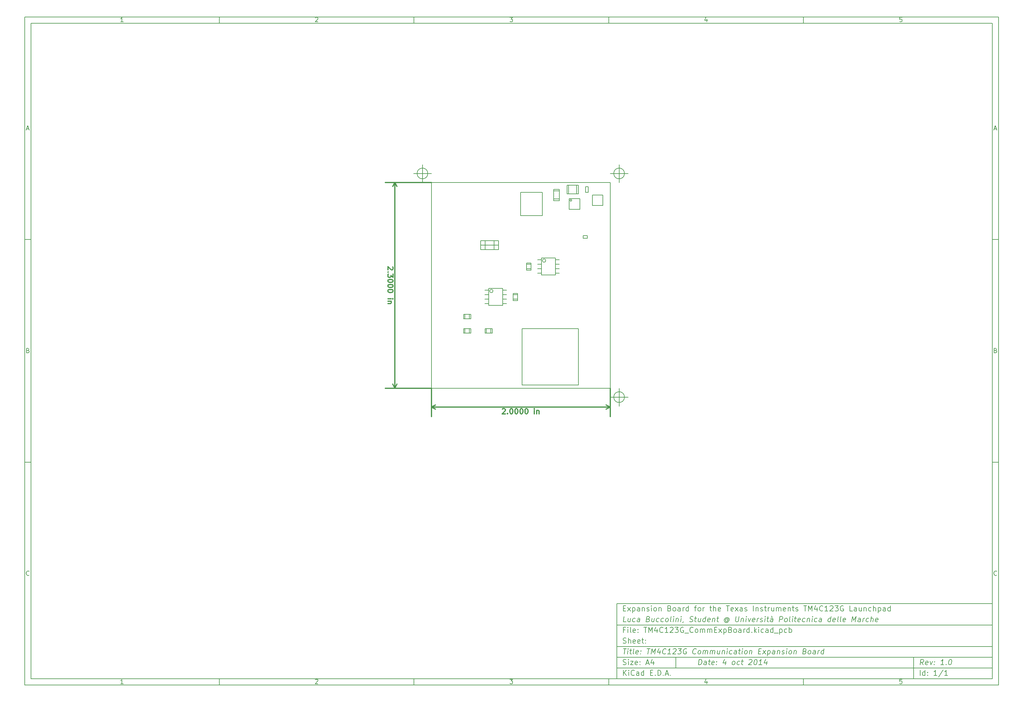
<source format=gbr>
G04 (created by PCBNEW (2013-07-07 BZR 4022)-stable) date 10/4/2014 18:50:34*
%MOIN*%
G04 Gerber Fmt 3.4, Leading zero omitted, Abs format*
%FSLAX34Y34*%
G01*
G70*
G90*
G04 APERTURE LIST*
%ADD10C,0.00590551*%
%ADD11C,0.00629921*%
%ADD12C,0.011811*%
%ADD13C,0.006*%
%ADD14C,0.005*%
%ADD15C,0.00708661*%
G04 APERTURE END LIST*
G54D10*
X4000Y-4000D02*
X112930Y-4000D01*
X112930Y-78680D01*
X4000Y-78680D01*
X4000Y-4000D01*
X4700Y-4700D02*
X112230Y-4700D01*
X112230Y-77980D01*
X4700Y-77980D01*
X4700Y-4700D01*
X25780Y-4000D02*
X25780Y-4700D01*
X15032Y-4552D02*
X14747Y-4552D01*
X14890Y-4552D02*
X14890Y-4052D01*
X14842Y-4123D01*
X14794Y-4171D01*
X14747Y-4195D01*
X25780Y-78680D02*
X25780Y-77980D01*
X15032Y-78532D02*
X14747Y-78532D01*
X14890Y-78532D02*
X14890Y-78032D01*
X14842Y-78103D01*
X14794Y-78151D01*
X14747Y-78175D01*
X47560Y-4000D02*
X47560Y-4700D01*
X36527Y-4100D02*
X36550Y-4076D01*
X36598Y-4052D01*
X36717Y-4052D01*
X36765Y-4076D01*
X36789Y-4100D01*
X36812Y-4147D01*
X36812Y-4195D01*
X36789Y-4266D01*
X36503Y-4552D01*
X36812Y-4552D01*
X47560Y-78680D02*
X47560Y-77980D01*
X36527Y-78080D02*
X36550Y-78056D01*
X36598Y-78032D01*
X36717Y-78032D01*
X36765Y-78056D01*
X36789Y-78080D01*
X36812Y-78127D01*
X36812Y-78175D01*
X36789Y-78246D01*
X36503Y-78532D01*
X36812Y-78532D01*
X69340Y-4000D02*
X69340Y-4700D01*
X58283Y-4052D02*
X58592Y-4052D01*
X58426Y-4242D01*
X58497Y-4242D01*
X58545Y-4266D01*
X58569Y-4290D01*
X58592Y-4338D01*
X58592Y-4457D01*
X58569Y-4504D01*
X58545Y-4528D01*
X58497Y-4552D01*
X58354Y-4552D01*
X58307Y-4528D01*
X58283Y-4504D01*
X69340Y-78680D02*
X69340Y-77980D01*
X58283Y-78032D02*
X58592Y-78032D01*
X58426Y-78222D01*
X58497Y-78222D01*
X58545Y-78246D01*
X58569Y-78270D01*
X58592Y-78318D01*
X58592Y-78437D01*
X58569Y-78484D01*
X58545Y-78508D01*
X58497Y-78532D01*
X58354Y-78532D01*
X58307Y-78508D01*
X58283Y-78484D01*
X91120Y-4000D02*
X91120Y-4700D01*
X80325Y-4219D02*
X80325Y-4552D01*
X80206Y-4028D02*
X80087Y-4385D01*
X80396Y-4385D01*
X91120Y-78680D02*
X91120Y-77980D01*
X80325Y-78199D02*
X80325Y-78532D01*
X80206Y-78008D02*
X80087Y-78365D01*
X80396Y-78365D01*
X102129Y-4052D02*
X101890Y-4052D01*
X101867Y-4290D01*
X101890Y-4266D01*
X101938Y-4242D01*
X102057Y-4242D01*
X102105Y-4266D01*
X102129Y-4290D01*
X102152Y-4338D01*
X102152Y-4457D01*
X102129Y-4504D01*
X102105Y-4528D01*
X102057Y-4552D01*
X101938Y-4552D01*
X101890Y-4528D01*
X101867Y-4504D01*
X102129Y-78032D02*
X101890Y-78032D01*
X101867Y-78270D01*
X101890Y-78246D01*
X101938Y-78222D01*
X102057Y-78222D01*
X102105Y-78246D01*
X102129Y-78270D01*
X102152Y-78318D01*
X102152Y-78437D01*
X102129Y-78484D01*
X102105Y-78508D01*
X102057Y-78532D01*
X101938Y-78532D01*
X101890Y-78508D01*
X101867Y-78484D01*
X4000Y-28890D02*
X4700Y-28890D01*
X4230Y-16509D02*
X4469Y-16509D01*
X4183Y-16652D02*
X4350Y-16152D01*
X4516Y-16652D01*
X112930Y-28890D02*
X112230Y-28890D01*
X112460Y-16509D02*
X112699Y-16509D01*
X112413Y-16652D02*
X112580Y-16152D01*
X112746Y-16652D01*
X4000Y-53780D02*
X4700Y-53780D01*
X4385Y-41280D02*
X4457Y-41304D01*
X4480Y-41328D01*
X4504Y-41375D01*
X4504Y-41447D01*
X4480Y-41494D01*
X4457Y-41518D01*
X4409Y-41542D01*
X4219Y-41542D01*
X4219Y-41042D01*
X4385Y-41042D01*
X4433Y-41066D01*
X4457Y-41090D01*
X4480Y-41137D01*
X4480Y-41185D01*
X4457Y-41232D01*
X4433Y-41256D01*
X4385Y-41280D01*
X4219Y-41280D01*
X112930Y-53780D02*
X112230Y-53780D01*
X112615Y-41280D02*
X112687Y-41304D01*
X112710Y-41328D01*
X112734Y-41375D01*
X112734Y-41447D01*
X112710Y-41494D01*
X112687Y-41518D01*
X112639Y-41542D01*
X112449Y-41542D01*
X112449Y-41042D01*
X112615Y-41042D01*
X112663Y-41066D01*
X112687Y-41090D01*
X112710Y-41137D01*
X112710Y-41185D01*
X112687Y-41232D01*
X112663Y-41256D01*
X112615Y-41280D01*
X112449Y-41280D01*
X4504Y-66384D02*
X4480Y-66408D01*
X4409Y-66432D01*
X4361Y-66432D01*
X4290Y-66408D01*
X4242Y-66360D01*
X4219Y-66313D01*
X4195Y-66218D01*
X4195Y-66146D01*
X4219Y-66051D01*
X4242Y-66003D01*
X4290Y-65956D01*
X4361Y-65932D01*
X4409Y-65932D01*
X4480Y-65956D01*
X4504Y-65980D01*
X112734Y-66384D02*
X112710Y-66408D01*
X112639Y-66432D01*
X112591Y-66432D01*
X112520Y-66408D01*
X112472Y-66360D01*
X112449Y-66313D01*
X112425Y-66218D01*
X112425Y-66146D01*
X112449Y-66051D01*
X112472Y-66003D01*
X112520Y-65956D01*
X112591Y-65932D01*
X112639Y-65932D01*
X112710Y-65956D01*
X112734Y-65980D01*
X79380Y-76422D02*
X79455Y-75822D01*
X79597Y-75822D01*
X79680Y-75851D01*
X79730Y-75908D01*
X79751Y-75965D01*
X79765Y-76080D01*
X79755Y-76165D01*
X79712Y-76280D01*
X79676Y-76337D01*
X79612Y-76394D01*
X79522Y-76422D01*
X79380Y-76422D01*
X80237Y-76422D02*
X80276Y-76108D01*
X80255Y-76051D01*
X80201Y-76022D01*
X80087Y-76022D01*
X80026Y-76051D01*
X80240Y-76394D02*
X80180Y-76422D01*
X80037Y-76422D01*
X79983Y-76394D01*
X79962Y-76337D01*
X79969Y-76280D01*
X80005Y-76222D01*
X80065Y-76194D01*
X80208Y-76194D01*
X80269Y-76165D01*
X80487Y-76022D02*
X80715Y-76022D01*
X80597Y-75822D02*
X80533Y-76337D01*
X80555Y-76394D01*
X80608Y-76422D01*
X80665Y-76422D01*
X81097Y-76394D02*
X81037Y-76422D01*
X80922Y-76422D01*
X80869Y-76394D01*
X80847Y-76337D01*
X80876Y-76108D01*
X80912Y-76051D01*
X80972Y-76022D01*
X81087Y-76022D01*
X81140Y-76051D01*
X81162Y-76108D01*
X81155Y-76165D01*
X80862Y-76222D01*
X81387Y-76365D02*
X81412Y-76394D01*
X81380Y-76422D01*
X81355Y-76394D01*
X81387Y-76365D01*
X81380Y-76422D01*
X81426Y-76051D02*
X81451Y-76080D01*
X81419Y-76108D01*
X81394Y-76080D01*
X81426Y-76051D01*
X81419Y-76108D01*
X82430Y-76022D02*
X82380Y-76422D01*
X82315Y-75794D02*
X82119Y-76222D01*
X82490Y-76222D01*
X83237Y-76422D02*
X83183Y-76394D01*
X83158Y-76365D01*
X83137Y-76308D01*
X83158Y-76137D01*
X83194Y-76080D01*
X83226Y-76051D01*
X83287Y-76022D01*
X83372Y-76022D01*
X83426Y-76051D01*
X83451Y-76080D01*
X83472Y-76137D01*
X83451Y-76308D01*
X83415Y-76365D01*
X83383Y-76394D01*
X83322Y-76422D01*
X83237Y-76422D01*
X83955Y-76394D02*
X83894Y-76422D01*
X83780Y-76422D01*
X83726Y-76394D01*
X83701Y-76365D01*
X83680Y-76308D01*
X83701Y-76137D01*
X83737Y-76080D01*
X83769Y-76051D01*
X83830Y-76022D01*
X83944Y-76022D01*
X83997Y-76051D01*
X84172Y-76022D02*
X84401Y-76022D01*
X84283Y-75822D02*
X84219Y-76337D01*
X84240Y-76394D01*
X84294Y-76422D01*
X84351Y-76422D01*
X85047Y-75880D02*
X85080Y-75851D01*
X85140Y-75822D01*
X85283Y-75822D01*
X85337Y-75851D01*
X85362Y-75880D01*
X85383Y-75937D01*
X85376Y-75994D01*
X85337Y-76080D01*
X84951Y-76422D01*
X85322Y-76422D01*
X85769Y-75822D02*
X85826Y-75822D01*
X85880Y-75851D01*
X85905Y-75880D01*
X85926Y-75937D01*
X85940Y-76051D01*
X85922Y-76194D01*
X85880Y-76308D01*
X85844Y-76365D01*
X85812Y-76394D01*
X85751Y-76422D01*
X85694Y-76422D01*
X85640Y-76394D01*
X85615Y-76365D01*
X85594Y-76308D01*
X85580Y-76194D01*
X85597Y-76051D01*
X85640Y-75937D01*
X85676Y-75880D01*
X85708Y-75851D01*
X85769Y-75822D01*
X86465Y-76422D02*
X86122Y-76422D01*
X86294Y-76422D02*
X86369Y-75822D01*
X86301Y-75908D01*
X86237Y-75965D01*
X86176Y-75994D01*
X87030Y-76022D02*
X86980Y-76422D01*
X86915Y-75794D02*
X86719Y-76222D01*
X87090Y-76222D01*
X70972Y-77622D02*
X70972Y-77022D01*
X71315Y-77622D02*
X71058Y-77280D01*
X71315Y-77022D02*
X70972Y-77365D01*
X71572Y-77622D02*
X71572Y-77222D01*
X71572Y-77022D02*
X71544Y-77051D01*
X71572Y-77080D01*
X71601Y-77051D01*
X71572Y-77022D01*
X71572Y-77080D01*
X72201Y-77565D02*
X72172Y-77594D01*
X72087Y-77622D01*
X72030Y-77622D01*
X71944Y-77594D01*
X71887Y-77537D01*
X71858Y-77480D01*
X71830Y-77365D01*
X71830Y-77280D01*
X71858Y-77165D01*
X71887Y-77108D01*
X71944Y-77051D01*
X72030Y-77022D01*
X72087Y-77022D01*
X72172Y-77051D01*
X72201Y-77080D01*
X72715Y-77622D02*
X72715Y-77308D01*
X72687Y-77251D01*
X72630Y-77222D01*
X72515Y-77222D01*
X72458Y-77251D01*
X72715Y-77594D02*
X72658Y-77622D01*
X72515Y-77622D01*
X72458Y-77594D01*
X72430Y-77537D01*
X72430Y-77480D01*
X72458Y-77422D01*
X72515Y-77394D01*
X72658Y-77394D01*
X72715Y-77365D01*
X73258Y-77622D02*
X73258Y-77022D01*
X73258Y-77594D02*
X73201Y-77622D01*
X73087Y-77622D01*
X73030Y-77594D01*
X73001Y-77565D01*
X72972Y-77508D01*
X72972Y-77337D01*
X73001Y-77280D01*
X73030Y-77251D01*
X73087Y-77222D01*
X73201Y-77222D01*
X73258Y-77251D01*
X74001Y-77308D02*
X74201Y-77308D01*
X74287Y-77622D02*
X74001Y-77622D01*
X74001Y-77022D01*
X74287Y-77022D01*
X74544Y-77565D02*
X74572Y-77594D01*
X74544Y-77622D01*
X74515Y-77594D01*
X74544Y-77565D01*
X74544Y-77622D01*
X74829Y-77622D02*
X74829Y-77022D01*
X74972Y-77022D01*
X75058Y-77051D01*
X75115Y-77108D01*
X75144Y-77165D01*
X75172Y-77280D01*
X75172Y-77365D01*
X75144Y-77480D01*
X75115Y-77537D01*
X75058Y-77594D01*
X74972Y-77622D01*
X74829Y-77622D01*
X75429Y-77565D02*
X75458Y-77594D01*
X75429Y-77622D01*
X75401Y-77594D01*
X75429Y-77565D01*
X75429Y-77622D01*
X75687Y-77451D02*
X75972Y-77451D01*
X75629Y-77622D02*
X75829Y-77022D01*
X76029Y-77622D01*
X76229Y-77565D02*
X76258Y-77594D01*
X76229Y-77622D01*
X76201Y-77594D01*
X76229Y-77565D01*
X76229Y-77622D01*
X104522Y-76422D02*
X104358Y-76137D01*
X104180Y-76422D02*
X104255Y-75822D01*
X104483Y-75822D01*
X104537Y-75851D01*
X104562Y-75880D01*
X104583Y-75937D01*
X104572Y-76022D01*
X104537Y-76080D01*
X104505Y-76108D01*
X104444Y-76137D01*
X104215Y-76137D01*
X105012Y-76394D02*
X104951Y-76422D01*
X104837Y-76422D01*
X104783Y-76394D01*
X104762Y-76337D01*
X104790Y-76108D01*
X104826Y-76051D01*
X104887Y-76022D01*
X105001Y-76022D01*
X105055Y-76051D01*
X105076Y-76108D01*
X105069Y-76165D01*
X104776Y-76222D01*
X105287Y-76022D02*
X105380Y-76422D01*
X105572Y-76022D01*
X105758Y-76365D02*
X105783Y-76394D01*
X105751Y-76422D01*
X105726Y-76394D01*
X105758Y-76365D01*
X105751Y-76422D01*
X105797Y-76051D02*
X105822Y-76080D01*
X105790Y-76108D01*
X105765Y-76080D01*
X105797Y-76051D01*
X105790Y-76108D01*
X106808Y-76422D02*
X106465Y-76422D01*
X106637Y-76422D02*
X106712Y-75822D01*
X106644Y-75908D01*
X106580Y-75965D01*
X106519Y-75994D01*
X107072Y-76365D02*
X107097Y-76394D01*
X107065Y-76422D01*
X107040Y-76394D01*
X107072Y-76365D01*
X107065Y-76422D01*
X107540Y-75822D02*
X107597Y-75822D01*
X107651Y-75851D01*
X107676Y-75880D01*
X107697Y-75937D01*
X107712Y-76051D01*
X107694Y-76194D01*
X107651Y-76308D01*
X107615Y-76365D01*
X107583Y-76394D01*
X107522Y-76422D01*
X107465Y-76422D01*
X107412Y-76394D01*
X107387Y-76365D01*
X107365Y-76308D01*
X107351Y-76194D01*
X107369Y-76051D01*
X107412Y-75937D01*
X107447Y-75880D01*
X107480Y-75851D01*
X107540Y-75822D01*
X70944Y-76394D02*
X71030Y-76422D01*
X71172Y-76422D01*
X71230Y-76394D01*
X71258Y-76365D01*
X71287Y-76308D01*
X71287Y-76251D01*
X71258Y-76194D01*
X71230Y-76165D01*
X71172Y-76137D01*
X71058Y-76108D01*
X71001Y-76080D01*
X70972Y-76051D01*
X70944Y-75994D01*
X70944Y-75937D01*
X70972Y-75880D01*
X71001Y-75851D01*
X71058Y-75822D01*
X71201Y-75822D01*
X71287Y-75851D01*
X71544Y-76422D02*
X71544Y-76022D01*
X71544Y-75822D02*
X71515Y-75851D01*
X71544Y-75880D01*
X71572Y-75851D01*
X71544Y-75822D01*
X71544Y-75880D01*
X71772Y-76022D02*
X72087Y-76022D01*
X71772Y-76422D01*
X72087Y-76422D01*
X72544Y-76394D02*
X72487Y-76422D01*
X72372Y-76422D01*
X72315Y-76394D01*
X72287Y-76337D01*
X72287Y-76108D01*
X72315Y-76051D01*
X72372Y-76022D01*
X72487Y-76022D01*
X72544Y-76051D01*
X72572Y-76108D01*
X72572Y-76165D01*
X72287Y-76222D01*
X72830Y-76365D02*
X72858Y-76394D01*
X72830Y-76422D01*
X72801Y-76394D01*
X72830Y-76365D01*
X72830Y-76422D01*
X72830Y-76051D02*
X72858Y-76080D01*
X72830Y-76108D01*
X72801Y-76080D01*
X72830Y-76051D01*
X72830Y-76108D01*
X73544Y-76251D02*
X73830Y-76251D01*
X73487Y-76422D02*
X73687Y-75822D01*
X73887Y-76422D01*
X74344Y-76022D02*
X74344Y-76422D01*
X74201Y-75794D02*
X74058Y-76222D01*
X74430Y-76222D01*
X104172Y-77622D02*
X104172Y-77022D01*
X104715Y-77622D02*
X104715Y-77022D01*
X104715Y-77594D02*
X104658Y-77622D01*
X104544Y-77622D01*
X104487Y-77594D01*
X104458Y-77565D01*
X104430Y-77508D01*
X104430Y-77337D01*
X104458Y-77280D01*
X104487Y-77251D01*
X104544Y-77222D01*
X104658Y-77222D01*
X104715Y-77251D01*
X105001Y-77565D02*
X105030Y-77594D01*
X105001Y-77622D01*
X104972Y-77594D01*
X105001Y-77565D01*
X105001Y-77622D01*
X105001Y-77251D02*
X105030Y-77280D01*
X105001Y-77308D01*
X104972Y-77280D01*
X105001Y-77251D01*
X105001Y-77308D01*
X106058Y-77622D02*
X105715Y-77622D01*
X105887Y-77622D02*
X105887Y-77022D01*
X105829Y-77108D01*
X105772Y-77165D01*
X105715Y-77194D01*
X106744Y-76994D02*
X106230Y-77765D01*
X107258Y-77622D02*
X106915Y-77622D01*
X107087Y-77622D02*
X107087Y-77022D01*
X107029Y-77108D01*
X106972Y-77165D01*
X106915Y-77194D01*
X70969Y-74622D02*
X71312Y-74622D01*
X71065Y-75222D02*
X71140Y-74622D01*
X71437Y-75222D02*
X71487Y-74822D01*
X71512Y-74622D02*
X71480Y-74651D01*
X71505Y-74680D01*
X71537Y-74651D01*
X71512Y-74622D01*
X71505Y-74680D01*
X71687Y-74822D02*
X71915Y-74822D01*
X71797Y-74622D02*
X71733Y-75137D01*
X71755Y-75194D01*
X71808Y-75222D01*
X71865Y-75222D01*
X72151Y-75222D02*
X72097Y-75194D01*
X72076Y-75137D01*
X72140Y-74622D01*
X72612Y-75194D02*
X72551Y-75222D01*
X72437Y-75222D01*
X72383Y-75194D01*
X72362Y-75137D01*
X72390Y-74908D01*
X72426Y-74851D01*
X72487Y-74822D01*
X72601Y-74822D01*
X72655Y-74851D01*
X72676Y-74908D01*
X72669Y-74965D01*
X72376Y-75022D01*
X72901Y-75165D02*
X72926Y-75194D01*
X72894Y-75222D01*
X72869Y-75194D01*
X72901Y-75165D01*
X72894Y-75222D01*
X72940Y-74851D02*
X72965Y-74880D01*
X72933Y-74908D01*
X72908Y-74880D01*
X72940Y-74851D01*
X72933Y-74908D01*
X73626Y-74622D02*
X73969Y-74622D01*
X73722Y-75222D02*
X73797Y-74622D01*
X74094Y-75222D02*
X74169Y-74622D01*
X74315Y-75051D01*
X74569Y-74622D01*
X74494Y-75222D01*
X75087Y-74822D02*
X75037Y-75222D01*
X74972Y-74594D02*
X74776Y-75022D01*
X75147Y-75022D01*
X75701Y-75165D02*
X75669Y-75194D01*
X75580Y-75222D01*
X75522Y-75222D01*
X75440Y-75194D01*
X75390Y-75137D01*
X75369Y-75080D01*
X75355Y-74965D01*
X75365Y-74880D01*
X75408Y-74765D01*
X75444Y-74708D01*
X75508Y-74651D01*
X75597Y-74622D01*
X75655Y-74622D01*
X75737Y-74651D01*
X75762Y-74680D01*
X76265Y-75222D02*
X75922Y-75222D01*
X76094Y-75222D02*
X76169Y-74622D01*
X76101Y-74708D01*
X76037Y-74765D01*
X75976Y-74794D01*
X76562Y-74680D02*
X76594Y-74651D01*
X76655Y-74622D01*
X76797Y-74622D01*
X76851Y-74651D01*
X76876Y-74680D01*
X76897Y-74737D01*
X76890Y-74794D01*
X76851Y-74880D01*
X76465Y-75222D01*
X76837Y-75222D01*
X77112Y-74622D02*
X77483Y-74622D01*
X77255Y-74851D01*
X77340Y-74851D01*
X77394Y-74880D01*
X77419Y-74908D01*
X77440Y-74965D01*
X77422Y-75108D01*
X77387Y-75165D01*
X77355Y-75194D01*
X77294Y-75222D01*
X77122Y-75222D01*
X77069Y-75194D01*
X77044Y-75165D01*
X78051Y-74651D02*
X77997Y-74622D01*
X77912Y-74622D01*
X77822Y-74651D01*
X77758Y-74708D01*
X77722Y-74765D01*
X77680Y-74880D01*
X77669Y-74965D01*
X77683Y-75080D01*
X77705Y-75137D01*
X77755Y-75194D01*
X77837Y-75222D01*
X77894Y-75222D01*
X77983Y-75194D01*
X78015Y-75165D01*
X78040Y-74965D01*
X77926Y-74965D01*
X79072Y-75165D02*
X79040Y-75194D01*
X78951Y-75222D01*
X78894Y-75222D01*
X78812Y-75194D01*
X78762Y-75137D01*
X78740Y-75080D01*
X78726Y-74965D01*
X78737Y-74880D01*
X78780Y-74765D01*
X78815Y-74708D01*
X78880Y-74651D01*
X78969Y-74622D01*
X79026Y-74622D01*
X79108Y-74651D01*
X79133Y-74680D01*
X79408Y-75222D02*
X79355Y-75194D01*
X79330Y-75165D01*
X79308Y-75108D01*
X79330Y-74937D01*
X79365Y-74880D01*
X79397Y-74851D01*
X79458Y-74822D01*
X79544Y-74822D01*
X79597Y-74851D01*
X79622Y-74880D01*
X79644Y-74937D01*
X79622Y-75108D01*
X79587Y-75165D01*
X79555Y-75194D01*
X79494Y-75222D01*
X79408Y-75222D01*
X79865Y-75222D02*
X79915Y-74822D01*
X79908Y-74880D02*
X79940Y-74851D01*
X80001Y-74822D01*
X80087Y-74822D01*
X80140Y-74851D01*
X80162Y-74908D01*
X80122Y-75222D01*
X80162Y-74908D02*
X80197Y-74851D01*
X80258Y-74822D01*
X80344Y-74822D01*
X80397Y-74851D01*
X80419Y-74908D01*
X80380Y-75222D01*
X80665Y-75222D02*
X80715Y-74822D01*
X80708Y-74880D02*
X80740Y-74851D01*
X80801Y-74822D01*
X80887Y-74822D01*
X80940Y-74851D01*
X80962Y-74908D01*
X80922Y-75222D01*
X80962Y-74908D02*
X80997Y-74851D01*
X81058Y-74822D01*
X81144Y-74822D01*
X81197Y-74851D01*
X81219Y-74908D01*
X81180Y-75222D01*
X81772Y-74822D02*
X81722Y-75222D01*
X81515Y-74822D02*
X81476Y-75137D01*
X81497Y-75194D01*
X81551Y-75222D01*
X81637Y-75222D01*
X81697Y-75194D01*
X81730Y-75165D01*
X82058Y-74822D02*
X82008Y-75222D01*
X82051Y-74880D02*
X82083Y-74851D01*
X82144Y-74822D01*
X82230Y-74822D01*
X82283Y-74851D01*
X82305Y-74908D01*
X82265Y-75222D01*
X82551Y-75222D02*
X82601Y-74822D01*
X82626Y-74622D02*
X82594Y-74651D01*
X82619Y-74680D01*
X82651Y-74651D01*
X82626Y-74622D01*
X82619Y-74680D01*
X83097Y-75194D02*
X83037Y-75222D01*
X82922Y-75222D01*
X82869Y-75194D01*
X82844Y-75165D01*
X82822Y-75108D01*
X82844Y-74937D01*
X82880Y-74880D01*
X82912Y-74851D01*
X82972Y-74822D01*
X83087Y-74822D01*
X83140Y-74851D01*
X83608Y-75222D02*
X83647Y-74908D01*
X83626Y-74851D01*
X83572Y-74822D01*
X83458Y-74822D01*
X83397Y-74851D01*
X83612Y-75194D02*
X83551Y-75222D01*
X83408Y-75222D01*
X83355Y-75194D01*
X83333Y-75137D01*
X83340Y-75080D01*
X83376Y-75022D01*
X83437Y-74994D01*
X83580Y-74994D01*
X83640Y-74965D01*
X83858Y-74822D02*
X84087Y-74822D01*
X83969Y-74622D02*
X83905Y-75137D01*
X83926Y-75194D01*
X83980Y-75222D01*
X84037Y-75222D01*
X84237Y-75222D02*
X84287Y-74822D01*
X84312Y-74622D02*
X84280Y-74651D01*
X84305Y-74680D01*
X84337Y-74651D01*
X84312Y-74622D01*
X84305Y-74680D01*
X84608Y-75222D02*
X84555Y-75194D01*
X84530Y-75165D01*
X84508Y-75108D01*
X84530Y-74937D01*
X84565Y-74880D01*
X84597Y-74851D01*
X84658Y-74822D01*
X84744Y-74822D01*
X84797Y-74851D01*
X84822Y-74880D01*
X84844Y-74937D01*
X84822Y-75108D01*
X84787Y-75165D01*
X84755Y-75194D01*
X84694Y-75222D01*
X84608Y-75222D01*
X85115Y-74822D02*
X85065Y-75222D01*
X85108Y-74880D02*
X85140Y-74851D01*
X85201Y-74822D01*
X85287Y-74822D01*
X85340Y-74851D01*
X85362Y-74908D01*
X85322Y-75222D01*
X86105Y-74908D02*
X86305Y-74908D01*
X86351Y-75222D02*
X86065Y-75222D01*
X86140Y-74622D01*
X86426Y-74622D01*
X86551Y-75222D02*
X86915Y-74822D01*
X86601Y-74822D02*
X86865Y-75222D01*
X87144Y-74822D02*
X87069Y-75422D01*
X87140Y-74851D02*
X87201Y-74822D01*
X87315Y-74822D01*
X87369Y-74851D01*
X87394Y-74880D01*
X87415Y-74937D01*
X87394Y-75108D01*
X87358Y-75165D01*
X87326Y-75194D01*
X87265Y-75222D01*
X87151Y-75222D01*
X87097Y-75194D01*
X87894Y-75222D02*
X87933Y-74908D01*
X87912Y-74851D01*
X87858Y-74822D01*
X87744Y-74822D01*
X87683Y-74851D01*
X87897Y-75194D02*
X87837Y-75222D01*
X87694Y-75222D01*
X87640Y-75194D01*
X87619Y-75137D01*
X87626Y-75080D01*
X87662Y-75022D01*
X87722Y-74994D01*
X87865Y-74994D01*
X87926Y-74965D01*
X88230Y-74822D02*
X88180Y-75222D01*
X88222Y-74880D02*
X88255Y-74851D01*
X88315Y-74822D01*
X88401Y-74822D01*
X88455Y-74851D01*
X88476Y-74908D01*
X88437Y-75222D01*
X88697Y-75194D02*
X88751Y-75222D01*
X88865Y-75222D01*
X88926Y-75194D01*
X88962Y-75137D01*
X88965Y-75108D01*
X88944Y-75051D01*
X88890Y-75022D01*
X88805Y-75022D01*
X88751Y-74994D01*
X88730Y-74937D01*
X88733Y-74908D01*
X88769Y-74851D01*
X88830Y-74822D01*
X88915Y-74822D01*
X88969Y-74851D01*
X89208Y-75222D02*
X89258Y-74822D01*
X89283Y-74622D02*
X89251Y-74651D01*
X89276Y-74680D01*
X89308Y-74651D01*
X89283Y-74622D01*
X89276Y-74680D01*
X89579Y-75222D02*
X89526Y-75194D01*
X89501Y-75165D01*
X89480Y-75108D01*
X89501Y-74937D01*
X89537Y-74880D01*
X89569Y-74851D01*
X89629Y-74822D01*
X89715Y-74822D01*
X89769Y-74851D01*
X89794Y-74880D01*
X89815Y-74937D01*
X89794Y-75108D01*
X89758Y-75165D01*
X89726Y-75194D01*
X89665Y-75222D01*
X89579Y-75222D01*
X90087Y-74822D02*
X90037Y-75222D01*
X90079Y-74880D02*
X90112Y-74851D01*
X90172Y-74822D01*
X90258Y-74822D01*
X90312Y-74851D01*
X90333Y-74908D01*
X90294Y-75222D01*
X91276Y-74908D02*
X91358Y-74937D01*
X91383Y-74965D01*
X91404Y-75022D01*
X91394Y-75108D01*
X91358Y-75165D01*
X91326Y-75194D01*
X91265Y-75222D01*
X91037Y-75222D01*
X91112Y-74622D01*
X91312Y-74622D01*
X91365Y-74651D01*
X91390Y-74680D01*
X91412Y-74737D01*
X91404Y-74794D01*
X91369Y-74851D01*
X91337Y-74880D01*
X91276Y-74908D01*
X91076Y-74908D01*
X91722Y-75222D02*
X91669Y-75194D01*
X91644Y-75165D01*
X91622Y-75108D01*
X91644Y-74937D01*
X91679Y-74880D01*
X91712Y-74851D01*
X91772Y-74822D01*
X91858Y-74822D01*
X91912Y-74851D01*
X91937Y-74880D01*
X91958Y-74937D01*
X91937Y-75108D01*
X91901Y-75165D01*
X91869Y-75194D01*
X91808Y-75222D01*
X91722Y-75222D01*
X92437Y-75222D02*
X92476Y-74908D01*
X92454Y-74851D01*
X92401Y-74822D01*
X92287Y-74822D01*
X92226Y-74851D01*
X92440Y-75194D02*
X92379Y-75222D01*
X92237Y-75222D01*
X92183Y-75194D01*
X92162Y-75137D01*
X92169Y-75080D01*
X92204Y-75022D01*
X92265Y-74994D01*
X92408Y-74994D01*
X92469Y-74965D01*
X92722Y-75222D02*
X92772Y-74822D01*
X92758Y-74937D02*
X92794Y-74880D01*
X92826Y-74851D01*
X92887Y-74822D01*
X92944Y-74822D01*
X93351Y-75222D02*
X93426Y-74622D01*
X93354Y-75194D02*
X93294Y-75222D01*
X93179Y-75222D01*
X93126Y-75194D01*
X93101Y-75165D01*
X93080Y-75108D01*
X93101Y-74937D01*
X93137Y-74880D01*
X93169Y-74851D01*
X93229Y-74822D01*
X93344Y-74822D01*
X93397Y-74851D01*
X71172Y-72508D02*
X70972Y-72508D01*
X70972Y-72822D02*
X70972Y-72222D01*
X71258Y-72222D01*
X71487Y-72822D02*
X71487Y-72422D01*
X71487Y-72222D02*
X71458Y-72251D01*
X71487Y-72280D01*
X71515Y-72251D01*
X71487Y-72222D01*
X71487Y-72280D01*
X71858Y-72822D02*
X71801Y-72794D01*
X71772Y-72737D01*
X71772Y-72222D01*
X72315Y-72794D02*
X72258Y-72822D01*
X72144Y-72822D01*
X72087Y-72794D01*
X72058Y-72737D01*
X72058Y-72508D01*
X72087Y-72451D01*
X72144Y-72422D01*
X72258Y-72422D01*
X72315Y-72451D01*
X72344Y-72508D01*
X72344Y-72565D01*
X72058Y-72622D01*
X72601Y-72765D02*
X72630Y-72794D01*
X72601Y-72822D01*
X72572Y-72794D01*
X72601Y-72765D01*
X72601Y-72822D01*
X72601Y-72451D02*
X72630Y-72480D01*
X72601Y-72508D01*
X72572Y-72480D01*
X72601Y-72451D01*
X72601Y-72508D01*
X73258Y-72222D02*
X73601Y-72222D01*
X73430Y-72822D02*
X73430Y-72222D01*
X73801Y-72822D02*
X73801Y-72222D01*
X74001Y-72651D01*
X74201Y-72222D01*
X74201Y-72822D01*
X74744Y-72422D02*
X74744Y-72822D01*
X74601Y-72194D02*
X74458Y-72622D01*
X74830Y-72622D01*
X75401Y-72765D02*
X75372Y-72794D01*
X75287Y-72822D01*
X75230Y-72822D01*
X75144Y-72794D01*
X75087Y-72737D01*
X75058Y-72680D01*
X75030Y-72565D01*
X75030Y-72480D01*
X75058Y-72365D01*
X75087Y-72308D01*
X75144Y-72251D01*
X75230Y-72222D01*
X75287Y-72222D01*
X75372Y-72251D01*
X75401Y-72280D01*
X75972Y-72822D02*
X75630Y-72822D01*
X75801Y-72822D02*
X75801Y-72222D01*
X75744Y-72308D01*
X75687Y-72365D01*
X75630Y-72394D01*
X76201Y-72280D02*
X76230Y-72251D01*
X76287Y-72222D01*
X76430Y-72222D01*
X76487Y-72251D01*
X76515Y-72280D01*
X76544Y-72337D01*
X76544Y-72394D01*
X76515Y-72480D01*
X76172Y-72822D01*
X76544Y-72822D01*
X76744Y-72222D02*
X77115Y-72222D01*
X76915Y-72451D01*
X77001Y-72451D01*
X77058Y-72480D01*
X77087Y-72508D01*
X77115Y-72565D01*
X77115Y-72708D01*
X77087Y-72765D01*
X77058Y-72794D01*
X77001Y-72822D01*
X76830Y-72822D01*
X76772Y-72794D01*
X76744Y-72765D01*
X77687Y-72251D02*
X77630Y-72222D01*
X77544Y-72222D01*
X77458Y-72251D01*
X77401Y-72308D01*
X77372Y-72365D01*
X77344Y-72480D01*
X77344Y-72565D01*
X77372Y-72680D01*
X77401Y-72737D01*
X77458Y-72794D01*
X77544Y-72822D01*
X77601Y-72822D01*
X77687Y-72794D01*
X77715Y-72765D01*
X77715Y-72565D01*
X77601Y-72565D01*
X77830Y-72880D02*
X78287Y-72880D01*
X78772Y-72765D02*
X78744Y-72794D01*
X78658Y-72822D01*
X78601Y-72822D01*
X78515Y-72794D01*
X78458Y-72737D01*
X78430Y-72680D01*
X78401Y-72565D01*
X78401Y-72480D01*
X78430Y-72365D01*
X78458Y-72308D01*
X78515Y-72251D01*
X78601Y-72222D01*
X78658Y-72222D01*
X78744Y-72251D01*
X78772Y-72280D01*
X79115Y-72822D02*
X79058Y-72794D01*
X79030Y-72765D01*
X79001Y-72708D01*
X79001Y-72537D01*
X79030Y-72480D01*
X79058Y-72451D01*
X79115Y-72422D01*
X79201Y-72422D01*
X79258Y-72451D01*
X79287Y-72480D01*
X79315Y-72537D01*
X79315Y-72708D01*
X79287Y-72765D01*
X79258Y-72794D01*
X79201Y-72822D01*
X79115Y-72822D01*
X79572Y-72822D02*
X79572Y-72422D01*
X79572Y-72480D02*
X79601Y-72451D01*
X79658Y-72422D01*
X79744Y-72422D01*
X79801Y-72451D01*
X79830Y-72508D01*
X79830Y-72822D01*
X79830Y-72508D02*
X79858Y-72451D01*
X79915Y-72422D01*
X80001Y-72422D01*
X80058Y-72451D01*
X80087Y-72508D01*
X80087Y-72822D01*
X80372Y-72822D02*
X80372Y-72422D01*
X80372Y-72480D02*
X80401Y-72451D01*
X80458Y-72422D01*
X80544Y-72422D01*
X80601Y-72451D01*
X80630Y-72508D01*
X80630Y-72822D01*
X80630Y-72508D02*
X80658Y-72451D01*
X80715Y-72422D01*
X80801Y-72422D01*
X80858Y-72451D01*
X80887Y-72508D01*
X80887Y-72822D01*
X81172Y-72508D02*
X81372Y-72508D01*
X81458Y-72822D02*
X81172Y-72822D01*
X81172Y-72222D01*
X81458Y-72222D01*
X81658Y-72822D02*
X81972Y-72422D01*
X81658Y-72422D02*
X81972Y-72822D01*
X82201Y-72422D02*
X82201Y-73022D01*
X82201Y-72451D02*
X82258Y-72422D01*
X82372Y-72422D01*
X82430Y-72451D01*
X82458Y-72480D01*
X82487Y-72537D01*
X82487Y-72708D01*
X82458Y-72765D01*
X82430Y-72794D01*
X82372Y-72822D01*
X82258Y-72822D01*
X82201Y-72794D01*
X82944Y-72508D02*
X83030Y-72537D01*
X83058Y-72565D01*
X83087Y-72622D01*
X83087Y-72708D01*
X83058Y-72765D01*
X83030Y-72794D01*
X82972Y-72822D01*
X82744Y-72822D01*
X82744Y-72222D01*
X82944Y-72222D01*
X83001Y-72251D01*
X83030Y-72280D01*
X83058Y-72337D01*
X83058Y-72394D01*
X83030Y-72451D01*
X83001Y-72480D01*
X82944Y-72508D01*
X82744Y-72508D01*
X83430Y-72822D02*
X83372Y-72794D01*
X83344Y-72765D01*
X83315Y-72708D01*
X83315Y-72537D01*
X83344Y-72480D01*
X83372Y-72451D01*
X83430Y-72422D01*
X83515Y-72422D01*
X83572Y-72451D01*
X83601Y-72480D01*
X83630Y-72537D01*
X83630Y-72708D01*
X83601Y-72765D01*
X83572Y-72794D01*
X83515Y-72822D01*
X83430Y-72822D01*
X84144Y-72822D02*
X84144Y-72508D01*
X84115Y-72451D01*
X84058Y-72422D01*
X83944Y-72422D01*
X83887Y-72451D01*
X84144Y-72794D02*
X84087Y-72822D01*
X83944Y-72822D01*
X83887Y-72794D01*
X83858Y-72737D01*
X83858Y-72680D01*
X83887Y-72622D01*
X83944Y-72594D01*
X84087Y-72594D01*
X84144Y-72565D01*
X84430Y-72822D02*
X84430Y-72422D01*
X84430Y-72537D02*
X84458Y-72480D01*
X84487Y-72451D01*
X84544Y-72422D01*
X84601Y-72422D01*
X85058Y-72822D02*
X85058Y-72222D01*
X85058Y-72794D02*
X85001Y-72822D01*
X84887Y-72822D01*
X84830Y-72794D01*
X84801Y-72765D01*
X84772Y-72708D01*
X84772Y-72537D01*
X84801Y-72480D01*
X84830Y-72451D01*
X84887Y-72422D01*
X85001Y-72422D01*
X85058Y-72451D01*
X85344Y-72765D02*
X85372Y-72794D01*
X85344Y-72822D01*
X85315Y-72794D01*
X85344Y-72765D01*
X85344Y-72822D01*
X85630Y-72822D02*
X85630Y-72222D01*
X85687Y-72594D02*
X85858Y-72822D01*
X85858Y-72422D02*
X85630Y-72651D01*
X86115Y-72822D02*
X86115Y-72422D01*
X86115Y-72222D02*
X86087Y-72251D01*
X86115Y-72280D01*
X86144Y-72251D01*
X86115Y-72222D01*
X86115Y-72280D01*
X86658Y-72794D02*
X86601Y-72822D01*
X86487Y-72822D01*
X86430Y-72794D01*
X86401Y-72765D01*
X86372Y-72708D01*
X86372Y-72537D01*
X86401Y-72480D01*
X86430Y-72451D01*
X86487Y-72422D01*
X86601Y-72422D01*
X86658Y-72451D01*
X87172Y-72822D02*
X87172Y-72508D01*
X87144Y-72451D01*
X87087Y-72422D01*
X86972Y-72422D01*
X86915Y-72451D01*
X87172Y-72794D02*
X87115Y-72822D01*
X86972Y-72822D01*
X86915Y-72794D01*
X86887Y-72737D01*
X86887Y-72680D01*
X86915Y-72622D01*
X86972Y-72594D01*
X87115Y-72594D01*
X87172Y-72565D01*
X87715Y-72822D02*
X87715Y-72222D01*
X87715Y-72794D02*
X87658Y-72822D01*
X87544Y-72822D01*
X87487Y-72794D01*
X87458Y-72765D01*
X87430Y-72708D01*
X87430Y-72537D01*
X87458Y-72480D01*
X87487Y-72451D01*
X87544Y-72422D01*
X87658Y-72422D01*
X87715Y-72451D01*
X87858Y-72880D02*
X88315Y-72880D01*
X88458Y-72422D02*
X88458Y-73022D01*
X88458Y-72451D02*
X88515Y-72422D01*
X88630Y-72422D01*
X88687Y-72451D01*
X88715Y-72480D01*
X88744Y-72537D01*
X88744Y-72708D01*
X88715Y-72765D01*
X88687Y-72794D01*
X88630Y-72822D01*
X88515Y-72822D01*
X88458Y-72794D01*
X89258Y-72794D02*
X89201Y-72822D01*
X89087Y-72822D01*
X89030Y-72794D01*
X89001Y-72765D01*
X88972Y-72708D01*
X88972Y-72537D01*
X89001Y-72480D01*
X89030Y-72451D01*
X89087Y-72422D01*
X89201Y-72422D01*
X89258Y-72451D01*
X89515Y-72822D02*
X89515Y-72222D01*
X89515Y-72451D02*
X89572Y-72422D01*
X89687Y-72422D01*
X89744Y-72451D01*
X89772Y-72480D01*
X89801Y-72537D01*
X89801Y-72708D01*
X89772Y-72765D01*
X89744Y-72794D01*
X89687Y-72822D01*
X89572Y-72822D01*
X89515Y-72794D01*
X70944Y-73994D02*
X71030Y-74022D01*
X71172Y-74022D01*
X71230Y-73994D01*
X71258Y-73965D01*
X71287Y-73908D01*
X71287Y-73851D01*
X71258Y-73794D01*
X71230Y-73765D01*
X71172Y-73737D01*
X71058Y-73708D01*
X71001Y-73680D01*
X70972Y-73651D01*
X70944Y-73594D01*
X70944Y-73537D01*
X70972Y-73480D01*
X71001Y-73451D01*
X71058Y-73422D01*
X71201Y-73422D01*
X71287Y-73451D01*
X71544Y-74022D02*
X71544Y-73422D01*
X71801Y-74022D02*
X71801Y-73708D01*
X71772Y-73651D01*
X71715Y-73622D01*
X71630Y-73622D01*
X71572Y-73651D01*
X71544Y-73680D01*
X72315Y-73994D02*
X72258Y-74022D01*
X72144Y-74022D01*
X72087Y-73994D01*
X72058Y-73937D01*
X72058Y-73708D01*
X72087Y-73651D01*
X72144Y-73622D01*
X72258Y-73622D01*
X72315Y-73651D01*
X72344Y-73708D01*
X72344Y-73765D01*
X72058Y-73822D01*
X72830Y-73994D02*
X72772Y-74022D01*
X72658Y-74022D01*
X72601Y-73994D01*
X72572Y-73937D01*
X72572Y-73708D01*
X72601Y-73651D01*
X72658Y-73622D01*
X72772Y-73622D01*
X72830Y-73651D01*
X72858Y-73708D01*
X72858Y-73765D01*
X72572Y-73822D01*
X73030Y-73622D02*
X73258Y-73622D01*
X73115Y-73422D02*
X73115Y-73937D01*
X73144Y-73994D01*
X73201Y-74022D01*
X73258Y-74022D01*
X73458Y-73965D02*
X73487Y-73994D01*
X73458Y-74022D01*
X73430Y-73994D01*
X73458Y-73965D01*
X73458Y-74022D01*
X73458Y-73651D02*
X73487Y-73680D01*
X73458Y-73708D01*
X73430Y-73680D01*
X73458Y-73651D01*
X73458Y-73708D01*
X71265Y-71622D02*
X70980Y-71622D01*
X71055Y-71022D01*
X71772Y-71222D02*
X71722Y-71622D01*
X71515Y-71222D02*
X71476Y-71537D01*
X71497Y-71594D01*
X71551Y-71622D01*
X71637Y-71622D01*
X71697Y-71594D01*
X71730Y-71565D01*
X72269Y-71594D02*
X72208Y-71622D01*
X72094Y-71622D01*
X72040Y-71594D01*
X72015Y-71565D01*
X71994Y-71508D01*
X72015Y-71337D01*
X72051Y-71280D01*
X72083Y-71251D01*
X72144Y-71222D01*
X72258Y-71222D01*
X72312Y-71251D01*
X72780Y-71622D02*
X72819Y-71308D01*
X72797Y-71251D01*
X72744Y-71222D01*
X72630Y-71222D01*
X72569Y-71251D01*
X72783Y-71594D02*
X72722Y-71622D01*
X72580Y-71622D01*
X72526Y-71594D01*
X72505Y-71537D01*
X72512Y-71480D01*
X72547Y-71422D01*
X72608Y-71394D01*
X72751Y-71394D01*
X72812Y-71365D01*
X73762Y-71308D02*
X73844Y-71337D01*
X73869Y-71365D01*
X73890Y-71422D01*
X73880Y-71508D01*
X73844Y-71565D01*
X73812Y-71594D01*
X73751Y-71622D01*
X73522Y-71622D01*
X73597Y-71022D01*
X73797Y-71022D01*
X73851Y-71051D01*
X73876Y-71080D01*
X73897Y-71137D01*
X73890Y-71194D01*
X73854Y-71251D01*
X73822Y-71280D01*
X73762Y-71308D01*
X73562Y-71308D01*
X74430Y-71222D02*
X74380Y-71622D01*
X74172Y-71222D02*
X74133Y-71537D01*
X74155Y-71594D01*
X74208Y-71622D01*
X74294Y-71622D01*
X74355Y-71594D01*
X74387Y-71565D01*
X74926Y-71594D02*
X74865Y-71622D01*
X74751Y-71622D01*
X74697Y-71594D01*
X74672Y-71565D01*
X74651Y-71508D01*
X74672Y-71337D01*
X74708Y-71280D01*
X74740Y-71251D01*
X74801Y-71222D01*
X74915Y-71222D01*
X74969Y-71251D01*
X75440Y-71594D02*
X75380Y-71622D01*
X75265Y-71622D01*
X75212Y-71594D01*
X75187Y-71565D01*
X75165Y-71508D01*
X75187Y-71337D01*
X75222Y-71280D01*
X75255Y-71251D01*
X75315Y-71222D01*
X75430Y-71222D01*
X75483Y-71251D01*
X75780Y-71622D02*
X75726Y-71594D01*
X75701Y-71565D01*
X75680Y-71508D01*
X75701Y-71337D01*
X75737Y-71280D01*
X75769Y-71251D01*
X75830Y-71222D01*
X75915Y-71222D01*
X75969Y-71251D01*
X75994Y-71280D01*
X76015Y-71337D01*
X75994Y-71508D01*
X75958Y-71565D01*
X75926Y-71594D01*
X75865Y-71622D01*
X75780Y-71622D01*
X76322Y-71622D02*
X76269Y-71594D01*
X76247Y-71537D01*
X76312Y-71022D01*
X76551Y-71622D02*
X76601Y-71222D01*
X76626Y-71022D02*
X76594Y-71051D01*
X76619Y-71080D01*
X76651Y-71051D01*
X76626Y-71022D01*
X76619Y-71080D01*
X76887Y-71222D02*
X76837Y-71622D01*
X76880Y-71280D02*
X76912Y-71251D01*
X76972Y-71222D01*
X77058Y-71222D01*
X77112Y-71251D01*
X77133Y-71308D01*
X77094Y-71622D01*
X77380Y-71622D02*
X77430Y-71222D01*
X77455Y-71022D02*
X77422Y-71051D01*
X77447Y-71080D01*
X77480Y-71051D01*
X77455Y-71022D01*
X77447Y-71080D01*
X77697Y-71594D02*
X77694Y-71622D01*
X77658Y-71680D01*
X77626Y-71708D01*
X78383Y-71594D02*
X78465Y-71622D01*
X78608Y-71622D01*
X78669Y-71594D01*
X78701Y-71565D01*
X78737Y-71508D01*
X78744Y-71451D01*
X78722Y-71394D01*
X78697Y-71365D01*
X78644Y-71337D01*
X78533Y-71308D01*
X78480Y-71280D01*
X78454Y-71251D01*
X78433Y-71194D01*
X78440Y-71137D01*
X78476Y-71080D01*
X78508Y-71051D01*
X78569Y-71022D01*
X78712Y-71022D01*
X78794Y-71051D01*
X78944Y-71222D02*
X79172Y-71222D01*
X79055Y-71022D02*
X78990Y-71537D01*
X79012Y-71594D01*
X79065Y-71622D01*
X79122Y-71622D01*
X79630Y-71222D02*
X79580Y-71622D01*
X79372Y-71222D02*
X79333Y-71537D01*
X79355Y-71594D01*
X79408Y-71622D01*
X79494Y-71622D01*
X79555Y-71594D01*
X79587Y-71565D01*
X80122Y-71622D02*
X80197Y-71022D01*
X80126Y-71594D02*
X80065Y-71622D01*
X79951Y-71622D01*
X79897Y-71594D01*
X79872Y-71565D01*
X79851Y-71508D01*
X79872Y-71337D01*
X79908Y-71280D01*
X79940Y-71251D01*
X80001Y-71222D01*
X80115Y-71222D01*
X80169Y-71251D01*
X80640Y-71594D02*
X80580Y-71622D01*
X80465Y-71622D01*
X80412Y-71594D01*
X80390Y-71537D01*
X80419Y-71308D01*
X80454Y-71251D01*
X80515Y-71222D01*
X80630Y-71222D01*
X80683Y-71251D01*
X80705Y-71308D01*
X80697Y-71365D01*
X80405Y-71422D01*
X80972Y-71222D02*
X80922Y-71622D01*
X80965Y-71280D02*
X80997Y-71251D01*
X81058Y-71222D01*
X81144Y-71222D01*
X81197Y-71251D01*
X81219Y-71308D01*
X81180Y-71622D01*
X81430Y-71222D02*
X81658Y-71222D01*
X81540Y-71022D02*
X81476Y-71537D01*
X81497Y-71594D01*
X81551Y-71622D01*
X81608Y-71622D01*
X82672Y-71337D02*
X82647Y-71308D01*
X82594Y-71280D01*
X82537Y-71280D01*
X82476Y-71308D01*
X82444Y-71337D01*
X82408Y-71394D01*
X82401Y-71451D01*
X82422Y-71508D01*
X82447Y-71537D01*
X82501Y-71565D01*
X82558Y-71565D01*
X82619Y-71537D01*
X82651Y-71508D01*
X82680Y-71280D02*
X82651Y-71508D01*
X82676Y-71537D01*
X82705Y-71537D01*
X82765Y-71508D01*
X82801Y-71451D01*
X82819Y-71308D01*
X82772Y-71222D01*
X82694Y-71165D01*
X82583Y-71137D01*
X82465Y-71165D01*
X82372Y-71222D01*
X82305Y-71308D01*
X82262Y-71422D01*
X82276Y-71537D01*
X82322Y-71622D01*
X82401Y-71680D01*
X82512Y-71708D01*
X82630Y-71680D01*
X82722Y-71622D01*
X83569Y-71022D02*
X83508Y-71508D01*
X83530Y-71565D01*
X83555Y-71594D01*
X83608Y-71622D01*
X83722Y-71622D01*
X83783Y-71594D01*
X83815Y-71565D01*
X83851Y-71508D01*
X83912Y-71022D01*
X84172Y-71222D02*
X84122Y-71622D01*
X84165Y-71280D02*
X84197Y-71251D01*
X84258Y-71222D01*
X84344Y-71222D01*
X84397Y-71251D01*
X84419Y-71308D01*
X84380Y-71622D01*
X84665Y-71622D02*
X84715Y-71222D01*
X84740Y-71022D02*
X84708Y-71051D01*
X84733Y-71080D01*
X84765Y-71051D01*
X84740Y-71022D01*
X84733Y-71080D01*
X84944Y-71222D02*
X85037Y-71622D01*
X85230Y-71222D01*
X85640Y-71594D02*
X85580Y-71622D01*
X85465Y-71622D01*
X85412Y-71594D01*
X85390Y-71537D01*
X85419Y-71308D01*
X85454Y-71251D01*
X85515Y-71222D01*
X85630Y-71222D01*
X85683Y-71251D01*
X85705Y-71308D01*
X85697Y-71365D01*
X85405Y-71422D01*
X85922Y-71622D02*
X85972Y-71222D01*
X85958Y-71337D02*
X85994Y-71280D01*
X86026Y-71251D01*
X86087Y-71222D01*
X86144Y-71222D01*
X86269Y-71594D02*
X86322Y-71622D01*
X86437Y-71622D01*
X86497Y-71594D01*
X86533Y-71537D01*
X86537Y-71508D01*
X86515Y-71451D01*
X86462Y-71422D01*
X86376Y-71422D01*
X86322Y-71394D01*
X86301Y-71337D01*
X86305Y-71308D01*
X86340Y-71251D01*
X86401Y-71222D01*
X86487Y-71222D01*
X86540Y-71251D01*
X86780Y-71622D02*
X86830Y-71222D01*
X86855Y-71022D02*
X86822Y-71051D01*
X86847Y-71080D01*
X86880Y-71051D01*
X86855Y-71022D01*
X86847Y-71080D01*
X87030Y-71222D02*
X87258Y-71222D01*
X87140Y-71022D02*
X87076Y-71537D01*
X87097Y-71594D01*
X87151Y-71622D01*
X87208Y-71622D01*
X87665Y-71622D02*
X87705Y-71308D01*
X87683Y-71251D01*
X87630Y-71222D01*
X87515Y-71222D01*
X87454Y-71251D01*
X87669Y-71594D02*
X87608Y-71622D01*
X87465Y-71622D01*
X87412Y-71594D01*
X87390Y-71537D01*
X87397Y-71480D01*
X87433Y-71422D01*
X87494Y-71394D01*
X87637Y-71394D01*
X87697Y-71365D01*
X87544Y-70994D02*
X87619Y-71080D01*
X88408Y-71622D02*
X88483Y-71022D01*
X88712Y-71022D01*
X88765Y-71051D01*
X88790Y-71080D01*
X88812Y-71137D01*
X88801Y-71222D01*
X88765Y-71280D01*
X88733Y-71308D01*
X88672Y-71337D01*
X88444Y-71337D01*
X89094Y-71622D02*
X89040Y-71594D01*
X89015Y-71565D01*
X88994Y-71508D01*
X89015Y-71337D01*
X89051Y-71280D01*
X89083Y-71251D01*
X89144Y-71222D01*
X89230Y-71222D01*
X89283Y-71251D01*
X89308Y-71280D01*
X89329Y-71337D01*
X89308Y-71508D01*
X89272Y-71565D01*
X89240Y-71594D01*
X89180Y-71622D01*
X89094Y-71622D01*
X89637Y-71622D02*
X89583Y-71594D01*
X89562Y-71537D01*
X89626Y-71022D01*
X89865Y-71622D02*
X89915Y-71222D01*
X89940Y-71022D02*
X89908Y-71051D01*
X89933Y-71080D01*
X89965Y-71051D01*
X89940Y-71022D01*
X89933Y-71080D01*
X90115Y-71222D02*
X90344Y-71222D01*
X90226Y-71022D02*
X90162Y-71537D01*
X90183Y-71594D01*
X90237Y-71622D01*
X90294Y-71622D01*
X90726Y-71594D02*
X90665Y-71622D01*
X90551Y-71622D01*
X90497Y-71594D01*
X90476Y-71537D01*
X90505Y-71308D01*
X90540Y-71251D01*
X90601Y-71222D01*
X90715Y-71222D01*
X90769Y-71251D01*
X90790Y-71308D01*
X90783Y-71365D01*
X90490Y-71422D01*
X91269Y-71594D02*
X91208Y-71622D01*
X91094Y-71622D01*
X91040Y-71594D01*
X91015Y-71565D01*
X90994Y-71508D01*
X91015Y-71337D01*
X91051Y-71280D01*
X91083Y-71251D01*
X91144Y-71222D01*
X91258Y-71222D01*
X91312Y-71251D01*
X91572Y-71222D02*
X91522Y-71622D01*
X91565Y-71280D02*
X91597Y-71251D01*
X91658Y-71222D01*
X91744Y-71222D01*
X91797Y-71251D01*
X91819Y-71308D01*
X91780Y-71622D01*
X92065Y-71622D02*
X92115Y-71222D01*
X92140Y-71022D02*
X92108Y-71051D01*
X92133Y-71080D01*
X92165Y-71051D01*
X92140Y-71022D01*
X92133Y-71080D01*
X92612Y-71594D02*
X92551Y-71622D01*
X92437Y-71622D01*
X92383Y-71594D01*
X92358Y-71565D01*
X92337Y-71508D01*
X92358Y-71337D01*
X92394Y-71280D01*
X92426Y-71251D01*
X92487Y-71222D01*
X92601Y-71222D01*
X92654Y-71251D01*
X93122Y-71622D02*
X93162Y-71308D01*
X93140Y-71251D01*
X93087Y-71222D01*
X92972Y-71222D01*
X92912Y-71251D01*
X93126Y-71594D02*
X93065Y-71622D01*
X92922Y-71622D01*
X92869Y-71594D01*
X92847Y-71537D01*
X92855Y-71480D01*
X92890Y-71422D01*
X92951Y-71394D01*
X93094Y-71394D01*
X93155Y-71365D01*
X94122Y-71622D02*
X94197Y-71022D01*
X94126Y-71594D02*
X94065Y-71622D01*
X93951Y-71622D01*
X93897Y-71594D01*
X93872Y-71565D01*
X93851Y-71508D01*
X93872Y-71337D01*
X93908Y-71280D01*
X93940Y-71251D01*
X94001Y-71222D01*
X94115Y-71222D01*
X94169Y-71251D01*
X94640Y-71594D02*
X94580Y-71622D01*
X94465Y-71622D01*
X94412Y-71594D01*
X94390Y-71537D01*
X94419Y-71308D01*
X94454Y-71251D01*
X94515Y-71222D01*
X94630Y-71222D01*
X94683Y-71251D01*
X94705Y-71308D01*
X94697Y-71365D01*
X94405Y-71422D01*
X95008Y-71622D02*
X94955Y-71594D01*
X94933Y-71537D01*
X94997Y-71022D01*
X95322Y-71622D02*
X95269Y-71594D01*
X95247Y-71537D01*
X95312Y-71022D01*
X95783Y-71594D02*
X95722Y-71622D01*
X95608Y-71622D01*
X95555Y-71594D01*
X95533Y-71537D01*
X95562Y-71308D01*
X95597Y-71251D01*
X95658Y-71222D01*
X95772Y-71222D01*
X95826Y-71251D01*
X95847Y-71308D01*
X95840Y-71365D01*
X95547Y-71422D01*
X96522Y-71622D02*
X96597Y-71022D01*
X96744Y-71451D01*
X96997Y-71022D01*
X96922Y-71622D01*
X97465Y-71622D02*
X97505Y-71308D01*
X97483Y-71251D01*
X97430Y-71222D01*
X97315Y-71222D01*
X97255Y-71251D01*
X97469Y-71594D02*
X97408Y-71622D01*
X97265Y-71622D01*
X97212Y-71594D01*
X97190Y-71537D01*
X97197Y-71480D01*
X97233Y-71422D01*
X97294Y-71394D01*
X97437Y-71394D01*
X97497Y-71365D01*
X97751Y-71622D02*
X97801Y-71222D01*
X97787Y-71337D02*
X97822Y-71280D01*
X97855Y-71251D01*
X97915Y-71222D01*
X97972Y-71222D01*
X98383Y-71594D02*
X98322Y-71622D01*
X98208Y-71622D01*
X98155Y-71594D01*
X98130Y-71565D01*
X98108Y-71508D01*
X98130Y-71337D01*
X98165Y-71280D01*
X98197Y-71251D01*
X98258Y-71222D01*
X98372Y-71222D01*
X98426Y-71251D01*
X98637Y-71622D02*
X98712Y-71022D01*
X98894Y-71622D02*
X98933Y-71308D01*
X98912Y-71251D01*
X98858Y-71222D01*
X98772Y-71222D01*
X98712Y-71251D01*
X98680Y-71280D01*
X99412Y-71594D02*
X99351Y-71622D01*
X99237Y-71622D01*
X99183Y-71594D01*
X99162Y-71537D01*
X99190Y-71308D01*
X99226Y-71251D01*
X99287Y-71222D01*
X99401Y-71222D01*
X99455Y-71251D01*
X99476Y-71308D01*
X99469Y-71365D01*
X99176Y-71422D01*
X70972Y-70108D02*
X71172Y-70108D01*
X71258Y-70422D02*
X70972Y-70422D01*
X70972Y-69822D01*
X71258Y-69822D01*
X71458Y-70422D02*
X71772Y-70022D01*
X71458Y-70022D02*
X71772Y-70422D01*
X72001Y-70022D02*
X72001Y-70622D01*
X72001Y-70051D02*
X72058Y-70022D01*
X72172Y-70022D01*
X72230Y-70051D01*
X72258Y-70080D01*
X72287Y-70137D01*
X72287Y-70308D01*
X72258Y-70365D01*
X72230Y-70394D01*
X72172Y-70422D01*
X72058Y-70422D01*
X72001Y-70394D01*
X72801Y-70422D02*
X72801Y-70108D01*
X72772Y-70051D01*
X72715Y-70022D01*
X72601Y-70022D01*
X72544Y-70051D01*
X72801Y-70394D02*
X72744Y-70422D01*
X72601Y-70422D01*
X72544Y-70394D01*
X72515Y-70337D01*
X72515Y-70280D01*
X72544Y-70222D01*
X72601Y-70194D01*
X72744Y-70194D01*
X72801Y-70165D01*
X73087Y-70022D02*
X73087Y-70422D01*
X73087Y-70080D02*
X73115Y-70051D01*
X73172Y-70022D01*
X73258Y-70022D01*
X73315Y-70051D01*
X73344Y-70108D01*
X73344Y-70422D01*
X73601Y-70394D02*
X73658Y-70422D01*
X73772Y-70422D01*
X73829Y-70394D01*
X73858Y-70337D01*
X73858Y-70308D01*
X73829Y-70251D01*
X73772Y-70222D01*
X73687Y-70222D01*
X73629Y-70194D01*
X73601Y-70137D01*
X73601Y-70108D01*
X73629Y-70051D01*
X73687Y-70022D01*
X73772Y-70022D01*
X73829Y-70051D01*
X74115Y-70422D02*
X74115Y-70022D01*
X74115Y-69822D02*
X74087Y-69851D01*
X74115Y-69880D01*
X74144Y-69851D01*
X74115Y-69822D01*
X74115Y-69880D01*
X74487Y-70422D02*
X74429Y-70394D01*
X74401Y-70365D01*
X74372Y-70308D01*
X74372Y-70137D01*
X74401Y-70080D01*
X74429Y-70051D01*
X74487Y-70022D01*
X74572Y-70022D01*
X74629Y-70051D01*
X74658Y-70080D01*
X74687Y-70137D01*
X74687Y-70308D01*
X74658Y-70365D01*
X74629Y-70394D01*
X74572Y-70422D01*
X74487Y-70422D01*
X74944Y-70022D02*
X74944Y-70422D01*
X74944Y-70080D02*
X74972Y-70051D01*
X75029Y-70022D01*
X75115Y-70022D01*
X75172Y-70051D01*
X75201Y-70108D01*
X75201Y-70422D01*
X76144Y-70108D02*
X76229Y-70137D01*
X76258Y-70165D01*
X76287Y-70222D01*
X76287Y-70308D01*
X76258Y-70365D01*
X76229Y-70394D01*
X76172Y-70422D01*
X75944Y-70422D01*
X75944Y-69822D01*
X76144Y-69822D01*
X76201Y-69851D01*
X76229Y-69880D01*
X76258Y-69937D01*
X76258Y-69994D01*
X76229Y-70051D01*
X76201Y-70080D01*
X76144Y-70108D01*
X75944Y-70108D01*
X76629Y-70422D02*
X76572Y-70394D01*
X76544Y-70365D01*
X76515Y-70308D01*
X76515Y-70137D01*
X76544Y-70080D01*
X76572Y-70051D01*
X76629Y-70022D01*
X76715Y-70022D01*
X76772Y-70051D01*
X76801Y-70080D01*
X76829Y-70137D01*
X76829Y-70308D01*
X76801Y-70365D01*
X76772Y-70394D01*
X76715Y-70422D01*
X76629Y-70422D01*
X77344Y-70422D02*
X77344Y-70108D01*
X77315Y-70051D01*
X77258Y-70022D01*
X77144Y-70022D01*
X77087Y-70051D01*
X77344Y-70394D02*
X77287Y-70422D01*
X77144Y-70422D01*
X77087Y-70394D01*
X77058Y-70337D01*
X77058Y-70280D01*
X77087Y-70222D01*
X77144Y-70194D01*
X77287Y-70194D01*
X77344Y-70165D01*
X77629Y-70422D02*
X77629Y-70022D01*
X77629Y-70137D02*
X77658Y-70080D01*
X77687Y-70051D01*
X77744Y-70022D01*
X77801Y-70022D01*
X78258Y-70422D02*
X78258Y-69822D01*
X78258Y-70394D02*
X78201Y-70422D01*
X78087Y-70422D01*
X78029Y-70394D01*
X78001Y-70365D01*
X77972Y-70308D01*
X77972Y-70137D01*
X78001Y-70080D01*
X78029Y-70051D01*
X78087Y-70022D01*
X78201Y-70022D01*
X78258Y-70051D01*
X78915Y-70022D02*
X79144Y-70022D01*
X79001Y-70422D02*
X79001Y-69908D01*
X79029Y-69851D01*
X79087Y-69822D01*
X79144Y-69822D01*
X79429Y-70422D02*
X79372Y-70394D01*
X79344Y-70365D01*
X79315Y-70308D01*
X79315Y-70137D01*
X79344Y-70080D01*
X79372Y-70051D01*
X79429Y-70022D01*
X79515Y-70022D01*
X79572Y-70051D01*
X79601Y-70080D01*
X79629Y-70137D01*
X79629Y-70308D01*
X79601Y-70365D01*
X79572Y-70394D01*
X79515Y-70422D01*
X79429Y-70422D01*
X79887Y-70422D02*
X79887Y-70022D01*
X79887Y-70137D02*
X79915Y-70080D01*
X79944Y-70051D01*
X80001Y-70022D01*
X80058Y-70022D01*
X80629Y-70022D02*
X80858Y-70022D01*
X80715Y-69822D02*
X80715Y-70337D01*
X80744Y-70394D01*
X80801Y-70422D01*
X80858Y-70422D01*
X81058Y-70422D02*
X81058Y-69822D01*
X81315Y-70422D02*
X81315Y-70108D01*
X81287Y-70051D01*
X81229Y-70022D01*
X81144Y-70022D01*
X81087Y-70051D01*
X81058Y-70080D01*
X81829Y-70394D02*
X81772Y-70422D01*
X81658Y-70422D01*
X81601Y-70394D01*
X81572Y-70337D01*
X81572Y-70108D01*
X81601Y-70051D01*
X81658Y-70022D01*
X81772Y-70022D01*
X81829Y-70051D01*
X81858Y-70108D01*
X81858Y-70165D01*
X81572Y-70222D01*
X82487Y-69822D02*
X82829Y-69822D01*
X82658Y-70422D02*
X82658Y-69822D01*
X83258Y-70394D02*
X83201Y-70422D01*
X83087Y-70422D01*
X83029Y-70394D01*
X83001Y-70337D01*
X83001Y-70108D01*
X83029Y-70051D01*
X83087Y-70022D01*
X83201Y-70022D01*
X83258Y-70051D01*
X83287Y-70108D01*
X83287Y-70165D01*
X83001Y-70222D01*
X83487Y-70422D02*
X83801Y-70022D01*
X83487Y-70022D02*
X83801Y-70422D01*
X84287Y-70422D02*
X84287Y-70108D01*
X84258Y-70051D01*
X84201Y-70022D01*
X84087Y-70022D01*
X84029Y-70051D01*
X84287Y-70394D02*
X84229Y-70422D01*
X84087Y-70422D01*
X84029Y-70394D01*
X84001Y-70337D01*
X84001Y-70280D01*
X84029Y-70222D01*
X84087Y-70194D01*
X84229Y-70194D01*
X84287Y-70165D01*
X84544Y-70394D02*
X84601Y-70422D01*
X84715Y-70422D01*
X84772Y-70394D01*
X84801Y-70337D01*
X84801Y-70308D01*
X84772Y-70251D01*
X84715Y-70222D01*
X84629Y-70222D01*
X84572Y-70194D01*
X84544Y-70137D01*
X84544Y-70108D01*
X84572Y-70051D01*
X84629Y-70022D01*
X84715Y-70022D01*
X84772Y-70051D01*
X85515Y-70422D02*
X85515Y-69822D01*
X85801Y-70022D02*
X85801Y-70422D01*
X85801Y-70080D02*
X85829Y-70051D01*
X85887Y-70022D01*
X85972Y-70022D01*
X86029Y-70051D01*
X86058Y-70108D01*
X86058Y-70422D01*
X86315Y-70394D02*
X86372Y-70422D01*
X86487Y-70422D01*
X86544Y-70394D01*
X86572Y-70337D01*
X86572Y-70308D01*
X86544Y-70251D01*
X86487Y-70222D01*
X86401Y-70222D01*
X86344Y-70194D01*
X86315Y-70137D01*
X86315Y-70108D01*
X86344Y-70051D01*
X86401Y-70022D01*
X86487Y-70022D01*
X86544Y-70051D01*
X86744Y-70022D02*
X86972Y-70022D01*
X86829Y-69822D02*
X86829Y-70337D01*
X86858Y-70394D01*
X86915Y-70422D01*
X86972Y-70422D01*
X87172Y-70422D02*
X87172Y-70022D01*
X87172Y-70137D02*
X87201Y-70080D01*
X87229Y-70051D01*
X87287Y-70022D01*
X87344Y-70022D01*
X87801Y-70022D02*
X87801Y-70422D01*
X87544Y-70022D02*
X87544Y-70337D01*
X87572Y-70394D01*
X87629Y-70422D01*
X87715Y-70422D01*
X87772Y-70394D01*
X87801Y-70365D01*
X88087Y-70422D02*
X88087Y-70022D01*
X88087Y-70080D02*
X88115Y-70051D01*
X88172Y-70022D01*
X88258Y-70022D01*
X88315Y-70051D01*
X88344Y-70108D01*
X88344Y-70422D01*
X88344Y-70108D02*
X88372Y-70051D01*
X88429Y-70022D01*
X88515Y-70022D01*
X88572Y-70051D01*
X88601Y-70108D01*
X88601Y-70422D01*
X89115Y-70394D02*
X89058Y-70422D01*
X88944Y-70422D01*
X88887Y-70394D01*
X88858Y-70337D01*
X88858Y-70108D01*
X88887Y-70051D01*
X88944Y-70022D01*
X89058Y-70022D01*
X89115Y-70051D01*
X89144Y-70108D01*
X89144Y-70165D01*
X88858Y-70222D01*
X89401Y-70022D02*
X89401Y-70422D01*
X89401Y-70080D02*
X89429Y-70051D01*
X89487Y-70022D01*
X89572Y-70022D01*
X89629Y-70051D01*
X89658Y-70108D01*
X89658Y-70422D01*
X89858Y-70022D02*
X90087Y-70022D01*
X89944Y-69822D02*
X89944Y-70337D01*
X89972Y-70394D01*
X90029Y-70422D01*
X90087Y-70422D01*
X90258Y-70394D02*
X90315Y-70422D01*
X90429Y-70422D01*
X90487Y-70394D01*
X90515Y-70337D01*
X90515Y-70308D01*
X90487Y-70251D01*
X90429Y-70222D01*
X90344Y-70222D01*
X90287Y-70194D01*
X90258Y-70137D01*
X90258Y-70108D01*
X90287Y-70051D01*
X90344Y-70022D01*
X90429Y-70022D01*
X90487Y-70051D01*
X91144Y-69822D02*
X91487Y-69822D01*
X91315Y-70422D02*
X91315Y-69822D01*
X91687Y-70422D02*
X91687Y-69822D01*
X91887Y-70251D01*
X92087Y-69822D01*
X92087Y-70422D01*
X92629Y-70022D02*
X92629Y-70422D01*
X92487Y-69794D02*
X92344Y-70222D01*
X92715Y-70222D01*
X93287Y-70365D02*
X93258Y-70394D01*
X93172Y-70422D01*
X93115Y-70422D01*
X93029Y-70394D01*
X92972Y-70337D01*
X92944Y-70280D01*
X92915Y-70165D01*
X92915Y-70080D01*
X92944Y-69965D01*
X92972Y-69908D01*
X93029Y-69851D01*
X93115Y-69822D01*
X93172Y-69822D01*
X93258Y-69851D01*
X93287Y-69880D01*
X93858Y-70422D02*
X93515Y-70422D01*
X93687Y-70422D02*
X93687Y-69822D01*
X93629Y-69908D01*
X93572Y-69965D01*
X93515Y-69994D01*
X94087Y-69880D02*
X94115Y-69851D01*
X94172Y-69822D01*
X94315Y-69822D01*
X94372Y-69851D01*
X94401Y-69880D01*
X94429Y-69937D01*
X94429Y-69994D01*
X94401Y-70080D01*
X94058Y-70422D01*
X94429Y-70422D01*
X94629Y-69822D02*
X95001Y-69822D01*
X94801Y-70051D01*
X94887Y-70051D01*
X94944Y-70080D01*
X94972Y-70108D01*
X95001Y-70165D01*
X95001Y-70308D01*
X94972Y-70365D01*
X94944Y-70394D01*
X94887Y-70422D01*
X94715Y-70422D01*
X94658Y-70394D01*
X94629Y-70365D01*
X95572Y-69851D02*
X95515Y-69822D01*
X95430Y-69822D01*
X95344Y-69851D01*
X95287Y-69908D01*
X95258Y-69965D01*
X95230Y-70080D01*
X95230Y-70165D01*
X95258Y-70280D01*
X95287Y-70337D01*
X95344Y-70394D01*
X95430Y-70422D01*
X95487Y-70422D01*
X95572Y-70394D01*
X95601Y-70365D01*
X95601Y-70165D01*
X95487Y-70165D01*
X96601Y-70422D02*
X96315Y-70422D01*
X96315Y-69822D01*
X97058Y-70422D02*
X97058Y-70108D01*
X97030Y-70051D01*
X96972Y-70022D01*
X96858Y-70022D01*
X96801Y-70051D01*
X97058Y-70394D02*
X97001Y-70422D01*
X96858Y-70422D01*
X96801Y-70394D01*
X96772Y-70337D01*
X96772Y-70280D01*
X96801Y-70222D01*
X96858Y-70194D01*
X97001Y-70194D01*
X97058Y-70165D01*
X97601Y-70022D02*
X97601Y-70422D01*
X97344Y-70022D02*
X97344Y-70337D01*
X97372Y-70394D01*
X97429Y-70422D01*
X97515Y-70422D01*
X97572Y-70394D01*
X97601Y-70365D01*
X97887Y-70022D02*
X97887Y-70422D01*
X97887Y-70080D02*
X97915Y-70051D01*
X97972Y-70022D01*
X98058Y-70022D01*
X98115Y-70051D01*
X98144Y-70108D01*
X98144Y-70422D01*
X98687Y-70394D02*
X98629Y-70422D01*
X98515Y-70422D01*
X98458Y-70394D01*
X98429Y-70365D01*
X98401Y-70308D01*
X98401Y-70137D01*
X98429Y-70080D01*
X98458Y-70051D01*
X98515Y-70022D01*
X98629Y-70022D01*
X98687Y-70051D01*
X98944Y-70422D02*
X98944Y-69822D01*
X99201Y-70422D02*
X99201Y-70108D01*
X99172Y-70051D01*
X99115Y-70022D01*
X99029Y-70022D01*
X98972Y-70051D01*
X98944Y-70080D01*
X99487Y-70022D02*
X99487Y-70622D01*
X99487Y-70051D02*
X99544Y-70022D01*
X99658Y-70022D01*
X99715Y-70051D01*
X99744Y-70080D01*
X99772Y-70137D01*
X99772Y-70308D01*
X99744Y-70365D01*
X99715Y-70394D01*
X99658Y-70422D01*
X99544Y-70422D01*
X99487Y-70394D01*
X100287Y-70422D02*
X100287Y-70108D01*
X100258Y-70051D01*
X100201Y-70022D01*
X100087Y-70022D01*
X100029Y-70051D01*
X100287Y-70394D02*
X100229Y-70422D01*
X100087Y-70422D01*
X100029Y-70394D01*
X100001Y-70337D01*
X100001Y-70280D01*
X100029Y-70222D01*
X100087Y-70194D01*
X100229Y-70194D01*
X100287Y-70165D01*
X100829Y-70422D02*
X100829Y-69822D01*
X100829Y-70394D02*
X100772Y-70422D01*
X100658Y-70422D01*
X100601Y-70394D01*
X100572Y-70365D01*
X100544Y-70308D01*
X100544Y-70137D01*
X100572Y-70080D01*
X100601Y-70051D01*
X100658Y-70022D01*
X100772Y-70022D01*
X100829Y-70051D01*
X70230Y-69580D02*
X70230Y-77980D01*
X70230Y-71980D02*
X112230Y-71980D01*
X70230Y-69580D02*
X112230Y-69580D01*
X70230Y-74380D02*
X112230Y-74380D01*
X103430Y-75580D02*
X103430Y-77980D01*
X70230Y-76780D02*
X112230Y-76780D01*
X70230Y-75580D02*
X112230Y-75580D01*
X76830Y-75580D02*
X76830Y-76780D01*
G54D11*
X69500Y-21500D02*
X71500Y-21500D01*
X70500Y-20500D02*
X70500Y-22500D01*
X71100Y-21500D02*
G75*
G03X71100Y-21500I-600J0D01*
G74*
G01*
X71100Y-46500D02*
G75*
G03X71100Y-46500I-600J0D01*
G74*
G01*
X69500Y-46500D02*
X71500Y-46500D01*
X70500Y-45500D02*
X70500Y-47500D01*
X48500Y-20500D02*
X48500Y-22500D01*
X47500Y-21500D02*
X49500Y-21500D01*
X49100Y-21500D02*
G75*
G03X49100Y-21500I-600J0D01*
G74*
G01*
X49500Y-22500D02*
X69500Y-22500D01*
X69500Y-22500D02*
X69500Y-45500D01*
X49500Y-45500D02*
G75*
G03X49500Y-45500I0J0D01*
G74*
G01*
X49499Y-45500D02*
X49500Y-45500D01*
X49500Y-45499D02*
X49500Y-45500D01*
X49500Y-45500D02*
G75*
G03X49500Y-45500I0J0D01*
G74*
G01*
X49499Y-45500D02*
X49500Y-45500D01*
X49500Y-45499D02*
X49500Y-45500D01*
X55500Y-29000D02*
X55500Y-30000D01*
X56500Y-29000D02*
X56500Y-30000D01*
X55000Y-29500D02*
X57000Y-29500D01*
X57000Y-30000D02*
X55000Y-30000D01*
X57000Y-29000D02*
X57000Y-30000D01*
X55000Y-29000D02*
X57000Y-29000D01*
X55000Y-30000D02*
X55000Y-29000D01*
G54D12*
X45163Y-31933D02*
X45191Y-31961D01*
X45220Y-32017D01*
X45220Y-32158D01*
X45191Y-32214D01*
X45163Y-32242D01*
X45107Y-32270D01*
X45051Y-32270D01*
X44966Y-32242D01*
X44629Y-31904D01*
X44629Y-32270D01*
X44685Y-32523D02*
X44657Y-32551D01*
X44629Y-32523D01*
X44657Y-32495D01*
X44685Y-32523D01*
X44629Y-32523D01*
X45220Y-32748D02*
X45220Y-33114D01*
X44995Y-32917D01*
X44995Y-33001D01*
X44966Y-33057D01*
X44938Y-33086D01*
X44882Y-33114D01*
X44741Y-33114D01*
X44685Y-33086D01*
X44657Y-33057D01*
X44629Y-33001D01*
X44629Y-32832D01*
X44657Y-32776D01*
X44685Y-32748D01*
X45220Y-33479D02*
X45220Y-33535D01*
X45191Y-33592D01*
X45163Y-33620D01*
X45107Y-33648D01*
X44995Y-33676D01*
X44854Y-33676D01*
X44741Y-33648D01*
X44685Y-33620D01*
X44657Y-33592D01*
X44629Y-33535D01*
X44629Y-33479D01*
X44657Y-33423D01*
X44685Y-33395D01*
X44741Y-33367D01*
X44854Y-33339D01*
X44995Y-33339D01*
X45107Y-33367D01*
X45163Y-33395D01*
X45191Y-33423D01*
X45220Y-33479D01*
X45220Y-34042D02*
X45220Y-34098D01*
X45191Y-34154D01*
X45163Y-34182D01*
X45107Y-34210D01*
X44995Y-34239D01*
X44854Y-34239D01*
X44741Y-34210D01*
X44685Y-34182D01*
X44657Y-34154D01*
X44629Y-34098D01*
X44629Y-34042D01*
X44657Y-33985D01*
X44685Y-33957D01*
X44741Y-33929D01*
X44854Y-33901D01*
X44995Y-33901D01*
X45107Y-33929D01*
X45163Y-33957D01*
X45191Y-33985D01*
X45220Y-34042D01*
X45220Y-34604D02*
X45220Y-34660D01*
X45191Y-34717D01*
X45163Y-34745D01*
X45107Y-34773D01*
X44995Y-34801D01*
X44854Y-34801D01*
X44741Y-34773D01*
X44685Y-34745D01*
X44657Y-34717D01*
X44629Y-34660D01*
X44629Y-34604D01*
X44657Y-34548D01*
X44685Y-34520D01*
X44741Y-34492D01*
X44854Y-34464D01*
X44995Y-34464D01*
X45107Y-34492D01*
X45163Y-34520D01*
X45191Y-34548D01*
X45220Y-34604D01*
X44629Y-35504D02*
X45023Y-35504D01*
X45220Y-35504D02*
X45191Y-35476D01*
X45163Y-35504D01*
X45191Y-35532D01*
X45220Y-35504D01*
X45163Y-35504D01*
X45023Y-35785D02*
X44629Y-35785D01*
X44966Y-35785D02*
X44995Y-35813D01*
X45023Y-35870D01*
X45023Y-35954D01*
X44995Y-36010D01*
X44938Y-36038D01*
X44629Y-36038D01*
X45400Y-22500D02*
X45400Y-45500D01*
X49500Y-22500D02*
X44337Y-22500D01*
X49500Y-45500D02*
X44337Y-45500D01*
X45400Y-45500D02*
X45169Y-45056D01*
X45400Y-45500D02*
X45630Y-45056D01*
X45400Y-22500D02*
X45169Y-22943D01*
X45400Y-22500D02*
X45630Y-22943D01*
G54D11*
X69500Y-22500D02*
X69500Y-45500D01*
X49500Y-22500D02*
X69500Y-22500D01*
X49500Y-45500D02*
X49500Y-22500D01*
G54D12*
X57433Y-47836D02*
X57461Y-47808D01*
X57517Y-47779D01*
X57658Y-47779D01*
X57714Y-47808D01*
X57742Y-47836D01*
X57770Y-47892D01*
X57770Y-47948D01*
X57742Y-48033D01*
X57404Y-48370D01*
X57770Y-48370D01*
X58023Y-48314D02*
X58051Y-48342D01*
X58023Y-48370D01*
X57995Y-48342D01*
X58023Y-48314D01*
X58023Y-48370D01*
X58417Y-47779D02*
X58473Y-47779D01*
X58529Y-47808D01*
X58557Y-47836D01*
X58586Y-47892D01*
X58614Y-48004D01*
X58614Y-48145D01*
X58586Y-48258D01*
X58557Y-48314D01*
X58529Y-48342D01*
X58473Y-48370D01*
X58417Y-48370D01*
X58361Y-48342D01*
X58332Y-48314D01*
X58304Y-48258D01*
X58276Y-48145D01*
X58276Y-48004D01*
X58304Y-47892D01*
X58332Y-47836D01*
X58361Y-47808D01*
X58417Y-47779D01*
X58979Y-47779D02*
X59035Y-47779D01*
X59092Y-47808D01*
X59120Y-47836D01*
X59148Y-47892D01*
X59176Y-48004D01*
X59176Y-48145D01*
X59148Y-48258D01*
X59120Y-48314D01*
X59092Y-48342D01*
X59035Y-48370D01*
X58979Y-48370D01*
X58923Y-48342D01*
X58895Y-48314D01*
X58867Y-48258D01*
X58839Y-48145D01*
X58839Y-48004D01*
X58867Y-47892D01*
X58895Y-47836D01*
X58923Y-47808D01*
X58979Y-47779D01*
X59542Y-47779D02*
X59598Y-47779D01*
X59654Y-47808D01*
X59682Y-47836D01*
X59710Y-47892D01*
X59739Y-48004D01*
X59739Y-48145D01*
X59710Y-48258D01*
X59682Y-48314D01*
X59654Y-48342D01*
X59598Y-48370D01*
X59542Y-48370D01*
X59485Y-48342D01*
X59457Y-48314D01*
X59429Y-48258D01*
X59401Y-48145D01*
X59401Y-48004D01*
X59429Y-47892D01*
X59457Y-47836D01*
X59485Y-47808D01*
X59542Y-47779D01*
X60104Y-47779D02*
X60160Y-47779D01*
X60217Y-47808D01*
X60245Y-47836D01*
X60273Y-47892D01*
X60301Y-48004D01*
X60301Y-48145D01*
X60273Y-48258D01*
X60245Y-48314D01*
X60217Y-48342D01*
X60160Y-48370D01*
X60104Y-48370D01*
X60048Y-48342D01*
X60020Y-48314D01*
X59992Y-48258D01*
X59964Y-48145D01*
X59964Y-48004D01*
X59992Y-47892D01*
X60020Y-47836D01*
X60048Y-47808D01*
X60104Y-47779D01*
X61004Y-48370D02*
X61004Y-47976D01*
X61004Y-47779D02*
X60976Y-47808D01*
X61004Y-47836D01*
X61032Y-47808D01*
X61004Y-47779D01*
X61004Y-47836D01*
X61285Y-47976D02*
X61285Y-48370D01*
X61285Y-48033D02*
X61313Y-48004D01*
X61370Y-47976D01*
X61454Y-47976D01*
X61510Y-48004D01*
X61538Y-48061D01*
X61538Y-48370D01*
X49500Y-47600D02*
X69500Y-47600D01*
X49500Y-45500D02*
X49500Y-48662D01*
X69500Y-45500D02*
X69500Y-48662D01*
X69500Y-47600D02*
X69056Y-47830D01*
X69500Y-47600D02*
X69056Y-47369D01*
X49500Y-47600D02*
X49943Y-47830D01*
X49500Y-47600D02*
X49943Y-47369D01*
G54D11*
X49500Y-45500D02*
X69500Y-45500D01*
G54D13*
X65200Y-24500D02*
G75*
G03X65200Y-24500I-100J0D01*
G74*
G01*
X64900Y-25500D02*
X64900Y-24300D01*
X64900Y-24300D02*
X66100Y-24300D01*
X66100Y-24300D02*
X66100Y-25500D01*
X66100Y-25500D02*
X64900Y-25500D01*
G54D14*
X64670Y-22810D02*
X64670Y-23790D01*
X65930Y-23790D02*
X65930Y-22810D01*
X65750Y-22810D02*
X65750Y-23790D01*
X64850Y-23790D02*
X64850Y-22810D01*
X64670Y-23790D02*
X65930Y-23790D01*
X65930Y-22810D02*
X64670Y-22810D01*
G54D11*
X53250Y-37750D02*
X53250Y-37250D01*
X53750Y-37750D02*
X53750Y-37260D01*
X53900Y-37750D02*
X53100Y-37750D01*
X53100Y-37750D02*
X53100Y-37250D01*
X53100Y-37250D02*
X53900Y-37250D01*
X53900Y-37250D02*
X53900Y-37750D01*
X58650Y-35050D02*
X59150Y-35050D01*
X58650Y-35550D02*
X59140Y-35550D01*
X58650Y-35700D02*
X58650Y-34900D01*
X58650Y-34900D02*
X59150Y-34900D01*
X59150Y-34900D02*
X59150Y-35700D01*
X59150Y-35700D02*
X58650Y-35700D01*
X56150Y-38850D02*
X56150Y-39350D01*
X55650Y-38850D02*
X55650Y-39340D01*
X55500Y-38850D02*
X56300Y-38850D01*
X56300Y-38850D02*
X56300Y-39350D01*
X56300Y-39350D02*
X55500Y-39350D01*
X55500Y-39350D02*
X55500Y-38850D01*
X60650Y-32150D02*
X60150Y-32150D01*
X60650Y-31650D02*
X60160Y-31650D01*
X60650Y-31500D02*
X60650Y-32300D01*
X60650Y-32300D02*
X60150Y-32300D01*
X60150Y-32300D02*
X60150Y-31500D01*
X60150Y-31500D02*
X60650Y-31500D01*
X53250Y-39350D02*
X53250Y-38850D01*
X53750Y-39350D02*
X53750Y-38860D01*
X53900Y-39350D02*
X53100Y-39350D01*
X53100Y-39350D02*
X53100Y-38850D01*
X53100Y-38850D02*
X53900Y-38850D01*
X53900Y-38850D02*
X53900Y-39350D01*
X59650Y-45149D02*
X65949Y-45149D01*
X59650Y-38850D02*
X65949Y-38850D01*
X59650Y-45149D02*
X59650Y-38850D01*
X65949Y-38850D02*
X65949Y-45149D01*
G54D14*
X63180Y-24350D02*
X63820Y-24350D01*
X63820Y-23450D02*
X63180Y-23450D01*
X63820Y-23270D02*
X63180Y-23270D01*
X63180Y-23270D02*
X63180Y-24530D01*
X63180Y-24530D02*
X63820Y-24530D01*
X63820Y-24530D02*
X63820Y-23270D01*
G54D10*
X67509Y-25090D02*
X67509Y-23909D01*
X67509Y-23909D02*
X68690Y-23909D01*
X68690Y-23909D02*
X68690Y-25090D01*
X68690Y-25090D02*
X67509Y-25090D01*
G54D14*
X63380Y-30950D02*
X61820Y-30950D01*
X61820Y-30950D02*
X61820Y-32850D01*
X61820Y-32850D02*
X63380Y-32850D01*
X63380Y-32850D02*
X63380Y-30950D01*
X63380Y-31150D02*
X63810Y-31150D01*
X63380Y-31650D02*
X63810Y-31650D01*
X63380Y-32150D02*
X63810Y-32150D01*
X63810Y-32650D02*
X63380Y-32650D01*
X61820Y-32650D02*
X61390Y-32650D01*
X61390Y-32150D02*
X61820Y-32150D01*
X61390Y-31650D02*
X61820Y-31650D01*
X61390Y-31150D02*
X61820Y-31150D01*
X62296Y-31240D02*
G75*
G03X62296Y-31240I-186J0D01*
G74*
G01*
X57480Y-34350D02*
X55920Y-34350D01*
X55920Y-34350D02*
X55920Y-36250D01*
X55920Y-36250D02*
X57480Y-36250D01*
X57480Y-36250D02*
X57480Y-34350D01*
X57480Y-34550D02*
X57910Y-34550D01*
X57480Y-35050D02*
X57910Y-35050D01*
X57480Y-35550D02*
X57910Y-35550D01*
X57910Y-36050D02*
X57480Y-36050D01*
X55920Y-36050D02*
X55490Y-36050D01*
X55490Y-35550D02*
X55920Y-35550D01*
X55490Y-35050D02*
X55920Y-35050D01*
X55490Y-34550D02*
X55920Y-34550D01*
X56396Y-34640D02*
G75*
G03X56396Y-34640I-186J0D01*
G74*
G01*
G54D11*
X66742Y-22985D02*
X67057Y-22985D01*
X67057Y-22985D02*
X67057Y-23614D01*
X67057Y-23614D02*
X66742Y-23614D01*
X66742Y-23614D02*
X66742Y-22985D01*
G54D15*
X61920Y-26199D02*
X59479Y-26199D01*
X59479Y-26199D02*
X59479Y-23600D01*
X59479Y-23600D02*
X61920Y-23600D01*
X61920Y-23600D02*
X61920Y-26199D01*
G54D11*
X66463Y-28442D02*
X66936Y-28442D01*
X66936Y-28442D02*
X66936Y-28757D01*
X66936Y-28757D02*
X66463Y-28757D01*
X66463Y-28757D02*
X66463Y-28442D01*
M02*

</source>
